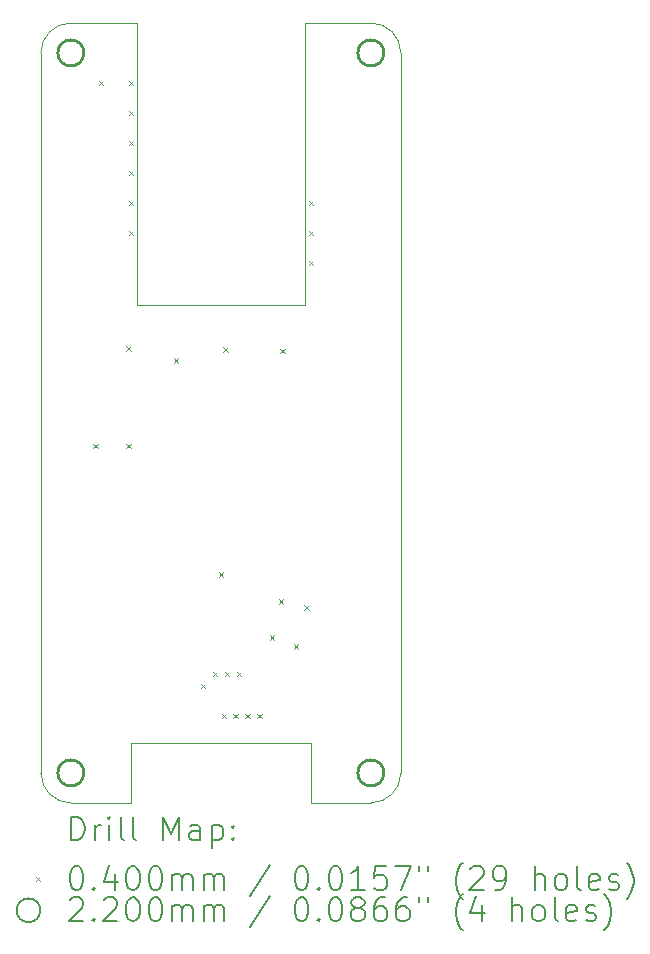
<source format=gbr>
%TF.GenerationSoftware,KiCad,Pcbnew,7.0.7*%
%TF.CreationDate,2023-08-24T23:35:37+10:00*%
%TF.ProjectId,esp32,65737033-322e-46b6-9963-61645f706362,rev?*%
%TF.SameCoordinates,Original*%
%TF.FileFunction,Drillmap*%
%TF.FilePolarity,Positive*%
%FSLAX45Y45*%
G04 Gerber Fmt 4.5, Leading zero omitted, Abs format (unit mm)*
G04 Created by KiCad (PCBNEW 7.0.7) date 2023-08-24 23:35:37*
%MOMM*%
%LPD*%
G01*
G04 APERTURE LIST*
%ADD10C,0.100000*%
%ADD11C,0.200000*%
%ADD12C,0.040000*%
%ADD13C,0.220000*%
G04 APERTURE END LIST*
D10*
X3810000Y-3556000D02*
G75*
G03*
X3556000Y-3810000I0J-254000D01*
G01*
X5842000Y-9652000D02*
X5842000Y-10160000D01*
X4318000Y-9652000D02*
X5842000Y-9652000D01*
X4368800Y-5943600D02*
X5791200Y-5943600D01*
X3556000Y-3810000D02*
X3556000Y-9906000D01*
X6350000Y-10160000D02*
X5842000Y-10160000D01*
X6604000Y-3810000D02*
G75*
G03*
X6350000Y-3556000I-254000J0D01*
G01*
X6350000Y-3556000D02*
X5791200Y-3556000D01*
X4368800Y-3556000D02*
X4368800Y-5943600D01*
X4368800Y-3556000D02*
X3810000Y-3556000D01*
X6350000Y-10160000D02*
G75*
G03*
X6604000Y-9906000I0J254000D01*
G01*
X3556000Y-9906000D02*
G75*
G03*
X3810000Y-10160000I254000J0D01*
G01*
X6604000Y-9906000D02*
X6604000Y-3810000D01*
X4318000Y-10160000D02*
X3810000Y-10160000D01*
X4318000Y-10160000D02*
X4318000Y-9652000D01*
X5791200Y-5943600D02*
X5791200Y-3556000D01*
D11*
D12*
X3995850Y-7117400D02*
X4035850Y-7157400D01*
X4035850Y-7117400D02*
X3995850Y-7157400D01*
X4044000Y-4044000D02*
X4084000Y-4084000D01*
X4084000Y-4044000D02*
X4044000Y-4084000D01*
X4275750Y-6291850D02*
X4315750Y-6331850D01*
X4315750Y-6291850D02*
X4275750Y-6331850D01*
X4275750Y-7117400D02*
X4315750Y-7157400D01*
X4315750Y-7117400D02*
X4275750Y-7157400D01*
X4298000Y-4044000D02*
X4338000Y-4084000D01*
X4338000Y-4044000D02*
X4298000Y-4084000D01*
X4298000Y-4298000D02*
X4338000Y-4338000D01*
X4338000Y-4298000D02*
X4298000Y-4338000D01*
X4298000Y-4552000D02*
X4338000Y-4592000D01*
X4338000Y-4552000D02*
X4298000Y-4592000D01*
X4298000Y-4806000D02*
X4338000Y-4846000D01*
X4338000Y-4806000D02*
X4298000Y-4846000D01*
X4298000Y-5060000D02*
X4338000Y-5100000D01*
X4338000Y-5060000D02*
X4298000Y-5100000D01*
X4298000Y-5314000D02*
X4338000Y-5354000D01*
X4338000Y-5314000D02*
X4298000Y-5354000D01*
X4679000Y-6393500D02*
X4719000Y-6433500D01*
X4719000Y-6393500D02*
X4679000Y-6433500D01*
X4907600Y-9149400D02*
X4947600Y-9189400D01*
X4947600Y-9149400D02*
X4907600Y-9189400D01*
X5009200Y-9047800D02*
X5049200Y-9087800D01*
X5049200Y-9047800D02*
X5009200Y-9087800D01*
X5060000Y-8209000D02*
X5100000Y-8249000D01*
X5100000Y-8209000D02*
X5060000Y-8249000D01*
X5085400Y-9403400D02*
X5125400Y-9443400D01*
X5125400Y-9403400D02*
X5085400Y-9443400D01*
X5096104Y-6298850D02*
X5136104Y-6338850D01*
X5136104Y-6298850D02*
X5096104Y-6338850D01*
X5110800Y-9047800D02*
X5150800Y-9087800D01*
X5150800Y-9047800D02*
X5110800Y-9087800D01*
X5185350Y-9403400D02*
X5225350Y-9443400D01*
X5225350Y-9403400D02*
X5185350Y-9443400D01*
X5212400Y-9047800D02*
X5252400Y-9087800D01*
X5252400Y-9047800D02*
X5212400Y-9087800D01*
X5285301Y-9403400D02*
X5325301Y-9443400D01*
X5325301Y-9403400D02*
X5285301Y-9443400D01*
X5385251Y-9403400D02*
X5425251Y-9443400D01*
X5425251Y-9403400D02*
X5385251Y-9443400D01*
X5491800Y-8742400D02*
X5531800Y-8782400D01*
X5531800Y-8742400D02*
X5491800Y-8782400D01*
X5568000Y-8437600D02*
X5608000Y-8477600D01*
X5608000Y-8437600D02*
X5568000Y-8477600D01*
X5582000Y-6312800D02*
X5622000Y-6352800D01*
X5622000Y-6312800D02*
X5582000Y-6352800D01*
X5695000Y-8818600D02*
X5735000Y-8858600D01*
X5735000Y-8818600D02*
X5695000Y-8858600D01*
X5784000Y-8488400D02*
X5824000Y-8528400D01*
X5824000Y-8488400D02*
X5784000Y-8528400D01*
X5822000Y-5060000D02*
X5862000Y-5100000D01*
X5862000Y-5060000D02*
X5822000Y-5100000D01*
X5822000Y-5314000D02*
X5862000Y-5354000D01*
X5862000Y-5314000D02*
X5822000Y-5354000D01*
X5822000Y-5568000D02*
X5862000Y-5608000D01*
X5862000Y-5568000D02*
X5822000Y-5608000D01*
D13*
X3920000Y-3810000D02*
G75*
G03*
X3920000Y-3810000I-110000J0D01*
G01*
X3920000Y-9906000D02*
G75*
G03*
X3920000Y-9906000I-110000J0D01*
G01*
X6460000Y-3810000D02*
G75*
G03*
X6460000Y-3810000I-110000J0D01*
G01*
X6460000Y-9906000D02*
G75*
G03*
X6460000Y-9906000I-110000J0D01*
G01*
D11*
X3811777Y-10476484D02*
X3811777Y-10276484D01*
X3811777Y-10276484D02*
X3859396Y-10276484D01*
X3859396Y-10276484D02*
X3887967Y-10286008D01*
X3887967Y-10286008D02*
X3907015Y-10305055D01*
X3907015Y-10305055D02*
X3916539Y-10324103D01*
X3916539Y-10324103D02*
X3926062Y-10362198D01*
X3926062Y-10362198D02*
X3926062Y-10390770D01*
X3926062Y-10390770D02*
X3916539Y-10428865D01*
X3916539Y-10428865D02*
X3907015Y-10447912D01*
X3907015Y-10447912D02*
X3887967Y-10466960D01*
X3887967Y-10466960D02*
X3859396Y-10476484D01*
X3859396Y-10476484D02*
X3811777Y-10476484D01*
X4011777Y-10476484D02*
X4011777Y-10343150D01*
X4011777Y-10381246D02*
X4021301Y-10362198D01*
X4021301Y-10362198D02*
X4030824Y-10352674D01*
X4030824Y-10352674D02*
X4049872Y-10343150D01*
X4049872Y-10343150D02*
X4068920Y-10343150D01*
X4135586Y-10476484D02*
X4135586Y-10343150D01*
X4135586Y-10276484D02*
X4126062Y-10286008D01*
X4126062Y-10286008D02*
X4135586Y-10295531D01*
X4135586Y-10295531D02*
X4145110Y-10286008D01*
X4145110Y-10286008D02*
X4135586Y-10276484D01*
X4135586Y-10276484D02*
X4135586Y-10295531D01*
X4259396Y-10476484D02*
X4240348Y-10466960D01*
X4240348Y-10466960D02*
X4230824Y-10447912D01*
X4230824Y-10447912D02*
X4230824Y-10276484D01*
X4364158Y-10476484D02*
X4345110Y-10466960D01*
X4345110Y-10466960D02*
X4335586Y-10447912D01*
X4335586Y-10447912D02*
X4335586Y-10276484D01*
X4592729Y-10476484D02*
X4592729Y-10276484D01*
X4592729Y-10276484D02*
X4659396Y-10419341D01*
X4659396Y-10419341D02*
X4726063Y-10276484D01*
X4726063Y-10276484D02*
X4726063Y-10476484D01*
X4907015Y-10476484D02*
X4907015Y-10371722D01*
X4907015Y-10371722D02*
X4897491Y-10352674D01*
X4897491Y-10352674D02*
X4878444Y-10343150D01*
X4878444Y-10343150D02*
X4840348Y-10343150D01*
X4840348Y-10343150D02*
X4821301Y-10352674D01*
X4907015Y-10466960D02*
X4887967Y-10476484D01*
X4887967Y-10476484D02*
X4840348Y-10476484D01*
X4840348Y-10476484D02*
X4821301Y-10466960D01*
X4821301Y-10466960D02*
X4811777Y-10447912D01*
X4811777Y-10447912D02*
X4811777Y-10428865D01*
X4811777Y-10428865D02*
X4821301Y-10409817D01*
X4821301Y-10409817D02*
X4840348Y-10400293D01*
X4840348Y-10400293D02*
X4887967Y-10400293D01*
X4887967Y-10400293D02*
X4907015Y-10390770D01*
X5002253Y-10343150D02*
X5002253Y-10543150D01*
X5002253Y-10352674D02*
X5021301Y-10343150D01*
X5021301Y-10343150D02*
X5059396Y-10343150D01*
X5059396Y-10343150D02*
X5078444Y-10352674D01*
X5078444Y-10352674D02*
X5087967Y-10362198D01*
X5087967Y-10362198D02*
X5097491Y-10381246D01*
X5097491Y-10381246D02*
X5097491Y-10438389D01*
X5097491Y-10438389D02*
X5087967Y-10457436D01*
X5087967Y-10457436D02*
X5078444Y-10466960D01*
X5078444Y-10466960D02*
X5059396Y-10476484D01*
X5059396Y-10476484D02*
X5021301Y-10476484D01*
X5021301Y-10476484D02*
X5002253Y-10466960D01*
X5183205Y-10457436D02*
X5192729Y-10466960D01*
X5192729Y-10466960D02*
X5183205Y-10476484D01*
X5183205Y-10476484D02*
X5173682Y-10466960D01*
X5173682Y-10466960D02*
X5183205Y-10457436D01*
X5183205Y-10457436D02*
X5183205Y-10476484D01*
X5183205Y-10352674D02*
X5192729Y-10362198D01*
X5192729Y-10362198D02*
X5183205Y-10371722D01*
X5183205Y-10371722D02*
X5173682Y-10362198D01*
X5173682Y-10362198D02*
X5183205Y-10352674D01*
X5183205Y-10352674D02*
X5183205Y-10371722D01*
D12*
X3511000Y-10785000D02*
X3551000Y-10825000D01*
X3551000Y-10785000D02*
X3511000Y-10825000D01*
D11*
X3849872Y-10696484D02*
X3868920Y-10696484D01*
X3868920Y-10696484D02*
X3887967Y-10706008D01*
X3887967Y-10706008D02*
X3897491Y-10715531D01*
X3897491Y-10715531D02*
X3907015Y-10734579D01*
X3907015Y-10734579D02*
X3916539Y-10772674D01*
X3916539Y-10772674D02*
X3916539Y-10820293D01*
X3916539Y-10820293D02*
X3907015Y-10858389D01*
X3907015Y-10858389D02*
X3897491Y-10877436D01*
X3897491Y-10877436D02*
X3887967Y-10886960D01*
X3887967Y-10886960D02*
X3868920Y-10896484D01*
X3868920Y-10896484D02*
X3849872Y-10896484D01*
X3849872Y-10896484D02*
X3830824Y-10886960D01*
X3830824Y-10886960D02*
X3821301Y-10877436D01*
X3821301Y-10877436D02*
X3811777Y-10858389D01*
X3811777Y-10858389D02*
X3802253Y-10820293D01*
X3802253Y-10820293D02*
X3802253Y-10772674D01*
X3802253Y-10772674D02*
X3811777Y-10734579D01*
X3811777Y-10734579D02*
X3821301Y-10715531D01*
X3821301Y-10715531D02*
X3830824Y-10706008D01*
X3830824Y-10706008D02*
X3849872Y-10696484D01*
X4002253Y-10877436D02*
X4011777Y-10886960D01*
X4011777Y-10886960D02*
X4002253Y-10896484D01*
X4002253Y-10896484D02*
X3992729Y-10886960D01*
X3992729Y-10886960D02*
X4002253Y-10877436D01*
X4002253Y-10877436D02*
X4002253Y-10896484D01*
X4183205Y-10763150D02*
X4183205Y-10896484D01*
X4135586Y-10686960D02*
X4087967Y-10829817D01*
X4087967Y-10829817D02*
X4211777Y-10829817D01*
X4326063Y-10696484D02*
X4345110Y-10696484D01*
X4345110Y-10696484D02*
X4364158Y-10706008D01*
X4364158Y-10706008D02*
X4373682Y-10715531D01*
X4373682Y-10715531D02*
X4383205Y-10734579D01*
X4383205Y-10734579D02*
X4392729Y-10772674D01*
X4392729Y-10772674D02*
X4392729Y-10820293D01*
X4392729Y-10820293D02*
X4383205Y-10858389D01*
X4383205Y-10858389D02*
X4373682Y-10877436D01*
X4373682Y-10877436D02*
X4364158Y-10886960D01*
X4364158Y-10886960D02*
X4345110Y-10896484D01*
X4345110Y-10896484D02*
X4326063Y-10896484D01*
X4326063Y-10896484D02*
X4307015Y-10886960D01*
X4307015Y-10886960D02*
X4297491Y-10877436D01*
X4297491Y-10877436D02*
X4287967Y-10858389D01*
X4287967Y-10858389D02*
X4278444Y-10820293D01*
X4278444Y-10820293D02*
X4278444Y-10772674D01*
X4278444Y-10772674D02*
X4287967Y-10734579D01*
X4287967Y-10734579D02*
X4297491Y-10715531D01*
X4297491Y-10715531D02*
X4307015Y-10706008D01*
X4307015Y-10706008D02*
X4326063Y-10696484D01*
X4516539Y-10696484D02*
X4535586Y-10696484D01*
X4535586Y-10696484D02*
X4554634Y-10706008D01*
X4554634Y-10706008D02*
X4564158Y-10715531D01*
X4564158Y-10715531D02*
X4573682Y-10734579D01*
X4573682Y-10734579D02*
X4583205Y-10772674D01*
X4583205Y-10772674D02*
X4583205Y-10820293D01*
X4583205Y-10820293D02*
X4573682Y-10858389D01*
X4573682Y-10858389D02*
X4564158Y-10877436D01*
X4564158Y-10877436D02*
X4554634Y-10886960D01*
X4554634Y-10886960D02*
X4535586Y-10896484D01*
X4535586Y-10896484D02*
X4516539Y-10896484D01*
X4516539Y-10896484D02*
X4497491Y-10886960D01*
X4497491Y-10886960D02*
X4487967Y-10877436D01*
X4487967Y-10877436D02*
X4478444Y-10858389D01*
X4478444Y-10858389D02*
X4468920Y-10820293D01*
X4468920Y-10820293D02*
X4468920Y-10772674D01*
X4468920Y-10772674D02*
X4478444Y-10734579D01*
X4478444Y-10734579D02*
X4487967Y-10715531D01*
X4487967Y-10715531D02*
X4497491Y-10706008D01*
X4497491Y-10706008D02*
X4516539Y-10696484D01*
X4668920Y-10896484D02*
X4668920Y-10763150D01*
X4668920Y-10782198D02*
X4678444Y-10772674D01*
X4678444Y-10772674D02*
X4697491Y-10763150D01*
X4697491Y-10763150D02*
X4726063Y-10763150D01*
X4726063Y-10763150D02*
X4745110Y-10772674D01*
X4745110Y-10772674D02*
X4754634Y-10791722D01*
X4754634Y-10791722D02*
X4754634Y-10896484D01*
X4754634Y-10791722D02*
X4764158Y-10772674D01*
X4764158Y-10772674D02*
X4783205Y-10763150D01*
X4783205Y-10763150D02*
X4811777Y-10763150D01*
X4811777Y-10763150D02*
X4830825Y-10772674D01*
X4830825Y-10772674D02*
X4840348Y-10791722D01*
X4840348Y-10791722D02*
X4840348Y-10896484D01*
X4935586Y-10896484D02*
X4935586Y-10763150D01*
X4935586Y-10782198D02*
X4945110Y-10772674D01*
X4945110Y-10772674D02*
X4964158Y-10763150D01*
X4964158Y-10763150D02*
X4992729Y-10763150D01*
X4992729Y-10763150D02*
X5011777Y-10772674D01*
X5011777Y-10772674D02*
X5021301Y-10791722D01*
X5021301Y-10791722D02*
X5021301Y-10896484D01*
X5021301Y-10791722D02*
X5030825Y-10772674D01*
X5030825Y-10772674D02*
X5049872Y-10763150D01*
X5049872Y-10763150D02*
X5078444Y-10763150D01*
X5078444Y-10763150D02*
X5097491Y-10772674D01*
X5097491Y-10772674D02*
X5107015Y-10791722D01*
X5107015Y-10791722D02*
X5107015Y-10896484D01*
X5497491Y-10686960D02*
X5326063Y-10944103D01*
X5754634Y-10696484D02*
X5773682Y-10696484D01*
X5773682Y-10696484D02*
X5792729Y-10706008D01*
X5792729Y-10706008D02*
X5802253Y-10715531D01*
X5802253Y-10715531D02*
X5811777Y-10734579D01*
X5811777Y-10734579D02*
X5821301Y-10772674D01*
X5821301Y-10772674D02*
X5821301Y-10820293D01*
X5821301Y-10820293D02*
X5811777Y-10858389D01*
X5811777Y-10858389D02*
X5802253Y-10877436D01*
X5802253Y-10877436D02*
X5792729Y-10886960D01*
X5792729Y-10886960D02*
X5773682Y-10896484D01*
X5773682Y-10896484D02*
X5754634Y-10896484D01*
X5754634Y-10896484D02*
X5735586Y-10886960D01*
X5735586Y-10886960D02*
X5726063Y-10877436D01*
X5726063Y-10877436D02*
X5716539Y-10858389D01*
X5716539Y-10858389D02*
X5707015Y-10820293D01*
X5707015Y-10820293D02*
X5707015Y-10772674D01*
X5707015Y-10772674D02*
X5716539Y-10734579D01*
X5716539Y-10734579D02*
X5726063Y-10715531D01*
X5726063Y-10715531D02*
X5735586Y-10706008D01*
X5735586Y-10706008D02*
X5754634Y-10696484D01*
X5907015Y-10877436D02*
X5916539Y-10886960D01*
X5916539Y-10886960D02*
X5907015Y-10896484D01*
X5907015Y-10896484D02*
X5897491Y-10886960D01*
X5897491Y-10886960D02*
X5907015Y-10877436D01*
X5907015Y-10877436D02*
X5907015Y-10896484D01*
X6040348Y-10696484D02*
X6059396Y-10696484D01*
X6059396Y-10696484D02*
X6078444Y-10706008D01*
X6078444Y-10706008D02*
X6087967Y-10715531D01*
X6087967Y-10715531D02*
X6097491Y-10734579D01*
X6097491Y-10734579D02*
X6107015Y-10772674D01*
X6107015Y-10772674D02*
X6107015Y-10820293D01*
X6107015Y-10820293D02*
X6097491Y-10858389D01*
X6097491Y-10858389D02*
X6087967Y-10877436D01*
X6087967Y-10877436D02*
X6078444Y-10886960D01*
X6078444Y-10886960D02*
X6059396Y-10896484D01*
X6059396Y-10896484D02*
X6040348Y-10896484D01*
X6040348Y-10896484D02*
X6021301Y-10886960D01*
X6021301Y-10886960D02*
X6011777Y-10877436D01*
X6011777Y-10877436D02*
X6002253Y-10858389D01*
X6002253Y-10858389D02*
X5992729Y-10820293D01*
X5992729Y-10820293D02*
X5992729Y-10772674D01*
X5992729Y-10772674D02*
X6002253Y-10734579D01*
X6002253Y-10734579D02*
X6011777Y-10715531D01*
X6011777Y-10715531D02*
X6021301Y-10706008D01*
X6021301Y-10706008D02*
X6040348Y-10696484D01*
X6297491Y-10896484D02*
X6183206Y-10896484D01*
X6240348Y-10896484D02*
X6240348Y-10696484D01*
X6240348Y-10696484D02*
X6221301Y-10725055D01*
X6221301Y-10725055D02*
X6202253Y-10744103D01*
X6202253Y-10744103D02*
X6183206Y-10753627D01*
X6478444Y-10696484D02*
X6383206Y-10696484D01*
X6383206Y-10696484D02*
X6373682Y-10791722D01*
X6373682Y-10791722D02*
X6383206Y-10782198D01*
X6383206Y-10782198D02*
X6402253Y-10772674D01*
X6402253Y-10772674D02*
X6449872Y-10772674D01*
X6449872Y-10772674D02*
X6468920Y-10782198D01*
X6468920Y-10782198D02*
X6478444Y-10791722D01*
X6478444Y-10791722D02*
X6487967Y-10810770D01*
X6487967Y-10810770D02*
X6487967Y-10858389D01*
X6487967Y-10858389D02*
X6478444Y-10877436D01*
X6478444Y-10877436D02*
X6468920Y-10886960D01*
X6468920Y-10886960D02*
X6449872Y-10896484D01*
X6449872Y-10896484D02*
X6402253Y-10896484D01*
X6402253Y-10896484D02*
X6383206Y-10886960D01*
X6383206Y-10886960D02*
X6373682Y-10877436D01*
X6554634Y-10696484D02*
X6687967Y-10696484D01*
X6687967Y-10696484D02*
X6602253Y-10896484D01*
X6754634Y-10696484D02*
X6754634Y-10734579D01*
X6830825Y-10696484D02*
X6830825Y-10734579D01*
X7126063Y-10972674D02*
X7116539Y-10963150D01*
X7116539Y-10963150D02*
X7097491Y-10934579D01*
X7097491Y-10934579D02*
X7087968Y-10915531D01*
X7087968Y-10915531D02*
X7078444Y-10886960D01*
X7078444Y-10886960D02*
X7068920Y-10839341D01*
X7068920Y-10839341D02*
X7068920Y-10801246D01*
X7068920Y-10801246D02*
X7078444Y-10753627D01*
X7078444Y-10753627D02*
X7087968Y-10725055D01*
X7087968Y-10725055D02*
X7097491Y-10706008D01*
X7097491Y-10706008D02*
X7116539Y-10677436D01*
X7116539Y-10677436D02*
X7126063Y-10667912D01*
X7192729Y-10715531D02*
X7202253Y-10706008D01*
X7202253Y-10706008D02*
X7221301Y-10696484D01*
X7221301Y-10696484D02*
X7268920Y-10696484D01*
X7268920Y-10696484D02*
X7287968Y-10706008D01*
X7287968Y-10706008D02*
X7297491Y-10715531D01*
X7297491Y-10715531D02*
X7307015Y-10734579D01*
X7307015Y-10734579D02*
X7307015Y-10753627D01*
X7307015Y-10753627D02*
X7297491Y-10782198D01*
X7297491Y-10782198D02*
X7183206Y-10896484D01*
X7183206Y-10896484D02*
X7307015Y-10896484D01*
X7402253Y-10896484D02*
X7440348Y-10896484D01*
X7440348Y-10896484D02*
X7459396Y-10886960D01*
X7459396Y-10886960D02*
X7468920Y-10877436D01*
X7468920Y-10877436D02*
X7487968Y-10848865D01*
X7487968Y-10848865D02*
X7497491Y-10810770D01*
X7497491Y-10810770D02*
X7497491Y-10734579D01*
X7497491Y-10734579D02*
X7487968Y-10715531D01*
X7487968Y-10715531D02*
X7478444Y-10706008D01*
X7478444Y-10706008D02*
X7459396Y-10696484D01*
X7459396Y-10696484D02*
X7421301Y-10696484D01*
X7421301Y-10696484D02*
X7402253Y-10706008D01*
X7402253Y-10706008D02*
X7392729Y-10715531D01*
X7392729Y-10715531D02*
X7383206Y-10734579D01*
X7383206Y-10734579D02*
X7383206Y-10782198D01*
X7383206Y-10782198D02*
X7392729Y-10801246D01*
X7392729Y-10801246D02*
X7402253Y-10810770D01*
X7402253Y-10810770D02*
X7421301Y-10820293D01*
X7421301Y-10820293D02*
X7459396Y-10820293D01*
X7459396Y-10820293D02*
X7478444Y-10810770D01*
X7478444Y-10810770D02*
X7487968Y-10801246D01*
X7487968Y-10801246D02*
X7497491Y-10782198D01*
X7735587Y-10896484D02*
X7735587Y-10696484D01*
X7821301Y-10896484D02*
X7821301Y-10791722D01*
X7821301Y-10791722D02*
X7811777Y-10772674D01*
X7811777Y-10772674D02*
X7792730Y-10763150D01*
X7792730Y-10763150D02*
X7764158Y-10763150D01*
X7764158Y-10763150D02*
X7745110Y-10772674D01*
X7745110Y-10772674D02*
X7735587Y-10782198D01*
X7945110Y-10896484D02*
X7926063Y-10886960D01*
X7926063Y-10886960D02*
X7916539Y-10877436D01*
X7916539Y-10877436D02*
X7907015Y-10858389D01*
X7907015Y-10858389D02*
X7907015Y-10801246D01*
X7907015Y-10801246D02*
X7916539Y-10782198D01*
X7916539Y-10782198D02*
X7926063Y-10772674D01*
X7926063Y-10772674D02*
X7945110Y-10763150D01*
X7945110Y-10763150D02*
X7973682Y-10763150D01*
X7973682Y-10763150D02*
X7992730Y-10772674D01*
X7992730Y-10772674D02*
X8002253Y-10782198D01*
X8002253Y-10782198D02*
X8011777Y-10801246D01*
X8011777Y-10801246D02*
X8011777Y-10858389D01*
X8011777Y-10858389D02*
X8002253Y-10877436D01*
X8002253Y-10877436D02*
X7992730Y-10886960D01*
X7992730Y-10886960D02*
X7973682Y-10896484D01*
X7973682Y-10896484D02*
X7945110Y-10896484D01*
X8126063Y-10896484D02*
X8107015Y-10886960D01*
X8107015Y-10886960D02*
X8097491Y-10867912D01*
X8097491Y-10867912D02*
X8097491Y-10696484D01*
X8278444Y-10886960D02*
X8259396Y-10896484D01*
X8259396Y-10896484D02*
X8221301Y-10896484D01*
X8221301Y-10896484D02*
X8202253Y-10886960D01*
X8202253Y-10886960D02*
X8192730Y-10867912D01*
X8192730Y-10867912D02*
X8192730Y-10791722D01*
X8192730Y-10791722D02*
X8202253Y-10772674D01*
X8202253Y-10772674D02*
X8221301Y-10763150D01*
X8221301Y-10763150D02*
X8259396Y-10763150D01*
X8259396Y-10763150D02*
X8278444Y-10772674D01*
X8278444Y-10772674D02*
X8287968Y-10791722D01*
X8287968Y-10791722D02*
X8287968Y-10810770D01*
X8287968Y-10810770D02*
X8192730Y-10829817D01*
X8364158Y-10886960D02*
X8383206Y-10896484D01*
X8383206Y-10896484D02*
X8421301Y-10896484D01*
X8421301Y-10896484D02*
X8440349Y-10886960D01*
X8440349Y-10886960D02*
X8449873Y-10867912D01*
X8449873Y-10867912D02*
X8449873Y-10858389D01*
X8449873Y-10858389D02*
X8440349Y-10839341D01*
X8440349Y-10839341D02*
X8421301Y-10829817D01*
X8421301Y-10829817D02*
X8392730Y-10829817D01*
X8392730Y-10829817D02*
X8373682Y-10820293D01*
X8373682Y-10820293D02*
X8364158Y-10801246D01*
X8364158Y-10801246D02*
X8364158Y-10791722D01*
X8364158Y-10791722D02*
X8373682Y-10772674D01*
X8373682Y-10772674D02*
X8392730Y-10763150D01*
X8392730Y-10763150D02*
X8421301Y-10763150D01*
X8421301Y-10763150D02*
X8440349Y-10772674D01*
X8516539Y-10972674D02*
X8526063Y-10963150D01*
X8526063Y-10963150D02*
X8545111Y-10934579D01*
X8545111Y-10934579D02*
X8554634Y-10915531D01*
X8554634Y-10915531D02*
X8564158Y-10886960D01*
X8564158Y-10886960D02*
X8573682Y-10839341D01*
X8573682Y-10839341D02*
X8573682Y-10801246D01*
X8573682Y-10801246D02*
X8564158Y-10753627D01*
X8564158Y-10753627D02*
X8554634Y-10725055D01*
X8554634Y-10725055D02*
X8545111Y-10706008D01*
X8545111Y-10706008D02*
X8526063Y-10677436D01*
X8526063Y-10677436D02*
X8516539Y-10667912D01*
X3551000Y-11069000D02*
G75*
G03*
X3551000Y-11069000I-100000J0D01*
G01*
X3802253Y-10979531D02*
X3811777Y-10970008D01*
X3811777Y-10970008D02*
X3830824Y-10960484D01*
X3830824Y-10960484D02*
X3878443Y-10960484D01*
X3878443Y-10960484D02*
X3897491Y-10970008D01*
X3897491Y-10970008D02*
X3907015Y-10979531D01*
X3907015Y-10979531D02*
X3916539Y-10998579D01*
X3916539Y-10998579D02*
X3916539Y-11017627D01*
X3916539Y-11017627D02*
X3907015Y-11046198D01*
X3907015Y-11046198D02*
X3792729Y-11160484D01*
X3792729Y-11160484D02*
X3916539Y-11160484D01*
X4002253Y-11141436D02*
X4011777Y-11150960D01*
X4011777Y-11150960D02*
X4002253Y-11160484D01*
X4002253Y-11160484D02*
X3992729Y-11150960D01*
X3992729Y-11150960D02*
X4002253Y-11141436D01*
X4002253Y-11141436D02*
X4002253Y-11160484D01*
X4087967Y-10979531D02*
X4097491Y-10970008D01*
X4097491Y-10970008D02*
X4116539Y-10960484D01*
X4116539Y-10960484D02*
X4164158Y-10960484D01*
X4164158Y-10960484D02*
X4183205Y-10970008D01*
X4183205Y-10970008D02*
X4192729Y-10979531D01*
X4192729Y-10979531D02*
X4202253Y-10998579D01*
X4202253Y-10998579D02*
X4202253Y-11017627D01*
X4202253Y-11017627D02*
X4192729Y-11046198D01*
X4192729Y-11046198D02*
X4078443Y-11160484D01*
X4078443Y-11160484D02*
X4202253Y-11160484D01*
X4326063Y-10960484D02*
X4345110Y-10960484D01*
X4345110Y-10960484D02*
X4364158Y-10970008D01*
X4364158Y-10970008D02*
X4373682Y-10979531D01*
X4373682Y-10979531D02*
X4383205Y-10998579D01*
X4383205Y-10998579D02*
X4392729Y-11036674D01*
X4392729Y-11036674D02*
X4392729Y-11084293D01*
X4392729Y-11084293D02*
X4383205Y-11122389D01*
X4383205Y-11122389D02*
X4373682Y-11141436D01*
X4373682Y-11141436D02*
X4364158Y-11150960D01*
X4364158Y-11150960D02*
X4345110Y-11160484D01*
X4345110Y-11160484D02*
X4326063Y-11160484D01*
X4326063Y-11160484D02*
X4307015Y-11150960D01*
X4307015Y-11150960D02*
X4297491Y-11141436D01*
X4297491Y-11141436D02*
X4287967Y-11122389D01*
X4287967Y-11122389D02*
X4278444Y-11084293D01*
X4278444Y-11084293D02*
X4278444Y-11036674D01*
X4278444Y-11036674D02*
X4287967Y-10998579D01*
X4287967Y-10998579D02*
X4297491Y-10979531D01*
X4297491Y-10979531D02*
X4307015Y-10970008D01*
X4307015Y-10970008D02*
X4326063Y-10960484D01*
X4516539Y-10960484D02*
X4535586Y-10960484D01*
X4535586Y-10960484D02*
X4554634Y-10970008D01*
X4554634Y-10970008D02*
X4564158Y-10979531D01*
X4564158Y-10979531D02*
X4573682Y-10998579D01*
X4573682Y-10998579D02*
X4583205Y-11036674D01*
X4583205Y-11036674D02*
X4583205Y-11084293D01*
X4583205Y-11084293D02*
X4573682Y-11122389D01*
X4573682Y-11122389D02*
X4564158Y-11141436D01*
X4564158Y-11141436D02*
X4554634Y-11150960D01*
X4554634Y-11150960D02*
X4535586Y-11160484D01*
X4535586Y-11160484D02*
X4516539Y-11160484D01*
X4516539Y-11160484D02*
X4497491Y-11150960D01*
X4497491Y-11150960D02*
X4487967Y-11141436D01*
X4487967Y-11141436D02*
X4478444Y-11122389D01*
X4478444Y-11122389D02*
X4468920Y-11084293D01*
X4468920Y-11084293D02*
X4468920Y-11036674D01*
X4468920Y-11036674D02*
X4478444Y-10998579D01*
X4478444Y-10998579D02*
X4487967Y-10979531D01*
X4487967Y-10979531D02*
X4497491Y-10970008D01*
X4497491Y-10970008D02*
X4516539Y-10960484D01*
X4668920Y-11160484D02*
X4668920Y-11027150D01*
X4668920Y-11046198D02*
X4678444Y-11036674D01*
X4678444Y-11036674D02*
X4697491Y-11027150D01*
X4697491Y-11027150D02*
X4726063Y-11027150D01*
X4726063Y-11027150D02*
X4745110Y-11036674D01*
X4745110Y-11036674D02*
X4754634Y-11055722D01*
X4754634Y-11055722D02*
X4754634Y-11160484D01*
X4754634Y-11055722D02*
X4764158Y-11036674D01*
X4764158Y-11036674D02*
X4783205Y-11027150D01*
X4783205Y-11027150D02*
X4811777Y-11027150D01*
X4811777Y-11027150D02*
X4830825Y-11036674D01*
X4830825Y-11036674D02*
X4840348Y-11055722D01*
X4840348Y-11055722D02*
X4840348Y-11160484D01*
X4935586Y-11160484D02*
X4935586Y-11027150D01*
X4935586Y-11046198D02*
X4945110Y-11036674D01*
X4945110Y-11036674D02*
X4964158Y-11027150D01*
X4964158Y-11027150D02*
X4992729Y-11027150D01*
X4992729Y-11027150D02*
X5011777Y-11036674D01*
X5011777Y-11036674D02*
X5021301Y-11055722D01*
X5021301Y-11055722D02*
X5021301Y-11160484D01*
X5021301Y-11055722D02*
X5030825Y-11036674D01*
X5030825Y-11036674D02*
X5049872Y-11027150D01*
X5049872Y-11027150D02*
X5078444Y-11027150D01*
X5078444Y-11027150D02*
X5097491Y-11036674D01*
X5097491Y-11036674D02*
X5107015Y-11055722D01*
X5107015Y-11055722D02*
X5107015Y-11160484D01*
X5497491Y-10950960D02*
X5326063Y-11208103D01*
X5754634Y-10960484D02*
X5773682Y-10960484D01*
X5773682Y-10960484D02*
X5792729Y-10970008D01*
X5792729Y-10970008D02*
X5802253Y-10979531D01*
X5802253Y-10979531D02*
X5811777Y-10998579D01*
X5811777Y-10998579D02*
X5821301Y-11036674D01*
X5821301Y-11036674D02*
X5821301Y-11084293D01*
X5821301Y-11084293D02*
X5811777Y-11122389D01*
X5811777Y-11122389D02*
X5802253Y-11141436D01*
X5802253Y-11141436D02*
X5792729Y-11150960D01*
X5792729Y-11150960D02*
X5773682Y-11160484D01*
X5773682Y-11160484D02*
X5754634Y-11160484D01*
X5754634Y-11160484D02*
X5735586Y-11150960D01*
X5735586Y-11150960D02*
X5726063Y-11141436D01*
X5726063Y-11141436D02*
X5716539Y-11122389D01*
X5716539Y-11122389D02*
X5707015Y-11084293D01*
X5707015Y-11084293D02*
X5707015Y-11036674D01*
X5707015Y-11036674D02*
X5716539Y-10998579D01*
X5716539Y-10998579D02*
X5726063Y-10979531D01*
X5726063Y-10979531D02*
X5735586Y-10970008D01*
X5735586Y-10970008D02*
X5754634Y-10960484D01*
X5907015Y-11141436D02*
X5916539Y-11150960D01*
X5916539Y-11150960D02*
X5907015Y-11160484D01*
X5907015Y-11160484D02*
X5897491Y-11150960D01*
X5897491Y-11150960D02*
X5907015Y-11141436D01*
X5907015Y-11141436D02*
X5907015Y-11160484D01*
X6040348Y-10960484D02*
X6059396Y-10960484D01*
X6059396Y-10960484D02*
X6078444Y-10970008D01*
X6078444Y-10970008D02*
X6087967Y-10979531D01*
X6087967Y-10979531D02*
X6097491Y-10998579D01*
X6097491Y-10998579D02*
X6107015Y-11036674D01*
X6107015Y-11036674D02*
X6107015Y-11084293D01*
X6107015Y-11084293D02*
X6097491Y-11122389D01*
X6097491Y-11122389D02*
X6087967Y-11141436D01*
X6087967Y-11141436D02*
X6078444Y-11150960D01*
X6078444Y-11150960D02*
X6059396Y-11160484D01*
X6059396Y-11160484D02*
X6040348Y-11160484D01*
X6040348Y-11160484D02*
X6021301Y-11150960D01*
X6021301Y-11150960D02*
X6011777Y-11141436D01*
X6011777Y-11141436D02*
X6002253Y-11122389D01*
X6002253Y-11122389D02*
X5992729Y-11084293D01*
X5992729Y-11084293D02*
X5992729Y-11036674D01*
X5992729Y-11036674D02*
X6002253Y-10998579D01*
X6002253Y-10998579D02*
X6011777Y-10979531D01*
X6011777Y-10979531D02*
X6021301Y-10970008D01*
X6021301Y-10970008D02*
X6040348Y-10960484D01*
X6221301Y-11046198D02*
X6202253Y-11036674D01*
X6202253Y-11036674D02*
X6192729Y-11027150D01*
X6192729Y-11027150D02*
X6183206Y-11008103D01*
X6183206Y-11008103D02*
X6183206Y-10998579D01*
X6183206Y-10998579D02*
X6192729Y-10979531D01*
X6192729Y-10979531D02*
X6202253Y-10970008D01*
X6202253Y-10970008D02*
X6221301Y-10960484D01*
X6221301Y-10960484D02*
X6259396Y-10960484D01*
X6259396Y-10960484D02*
X6278444Y-10970008D01*
X6278444Y-10970008D02*
X6287967Y-10979531D01*
X6287967Y-10979531D02*
X6297491Y-10998579D01*
X6297491Y-10998579D02*
X6297491Y-11008103D01*
X6297491Y-11008103D02*
X6287967Y-11027150D01*
X6287967Y-11027150D02*
X6278444Y-11036674D01*
X6278444Y-11036674D02*
X6259396Y-11046198D01*
X6259396Y-11046198D02*
X6221301Y-11046198D01*
X6221301Y-11046198D02*
X6202253Y-11055722D01*
X6202253Y-11055722D02*
X6192729Y-11065246D01*
X6192729Y-11065246D02*
X6183206Y-11084293D01*
X6183206Y-11084293D02*
X6183206Y-11122389D01*
X6183206Y-11122389D02*
X6192729Y-11141436D01*
X6192729Y-11141436D02*
X6202253Y-11150960D01*
X6202253Y-11150960D02*
X6221301Y-11160484D01*
X6221301Y-11160484D02*
X6259396Y-11160484D01*
X6259396Y-11160484D02*
X6278444Y-11150960D01*
X6278444Y-11150960D02*
X6287967Y-11141436D01*
X6287967Y-11141436D02*
X6297491Y-11122389D01*
X6297491Y-11122389D02*
X6297491Y-11084293D01*
X6297491Y-11084293D02*
X6287967Y-11065246D01*
X6287967Y-11065246D02*
X6278444Y-11055722D01*
X6278444Y-11055722D02*
X6259396Y-11046198D01*
X6468920Y-10960484D02*
X6430825Y-10960484D01*
X6430825Y-10960484D02*
X6411777Y-10970008D01*
X6411777Y-10970008D02*
X6402253Y-10979531D01*
X6402253Y-10979531D02*
X6383206Y-11008103D01*
X6383206Y-11008103D02*
X6373682Y-11046198D01*
X6373682Y-11046198D02*
X6373682Y-11122389D01*
X6373682Y-11122389D02*
X6383206Y-11141436D01*
X6383206Y-11141436D02*
X6392729Y-11150960D01*
X6392729Y-11150960D02*
X6411777Y-11160484D01*
X6411777Y-11160484D02*
X6449872Y-11160484D01*
X6449872Y-11160484D02*
X6468920Y-11150960D01*
X6468920Y-11150960D02*
X6478444Y-11141436D01*
X6478444Y-11141436D02*
X6487967Y-11122389D01*
X6487967Y-11122389D02*
X6487967Y-11074770D01*
X6487967Y-11074770D02*
X6478444Y-11055722D01*
X6478444Y-11055722D02*
X6468920Y-11046198D01*
X6468920Y-11046198D02*
X6449872Y-11036674D01*
X6449872Y-11036674D02*
X6411777Y-11036674D01*
X6411777Y-11036674D02*
X6392729Y-11046198D01*
X6392729Y-11046198D02*
X6383206Y-11055722D01*
X6383206Y-11055722D02*
X6373682Y-11074770D01*
X6659396Y-10960484D02*
X6621301Y-10960484D01*
X6621301Y-10960484D02*
X6602253Y-10970008D01*
X6602253Y-10970008D02*
X6592729Y-10979531D01*
X6592729Y-10979531D02*
X6573682Y-11008103D01*
X6573682Y-11008103D02*
X6564158Y-11046198D01*
X6564158Y-11046198D02*
X6564158Y-11122389D01*
X6564158Y-11122389D02*
X6573682Y-11141436D01*
X6573682Y-11141436D02*
X6583206Y-11150960D01*
X6583206Y-11150960D02*
X6602253Y-11160484D01*
X6602253Y-11160484D02*
X6640348Y-11160484D01*
X6640348Y-11160484D02*
X6659396Y-11150960D01*
X6659396Y-11150960D02*
X6668920Y-11141436D01*
X6668920Y-11141436D02*
X6678444Y-11122389D01*
X6678444Y-11122389D02*
X6678444Y-11074770D01*
X6678444Y-11074770D02*
X6668920Y-11055722D01*
X6668920Y-11055722D02*
X6659396Y-11046198D01*
X6659396Y-11046198D02*
X6640348Y-11036674D01*
X6640348Y-11036674D02*
X6602253Y-11036674D01*
X6602253Y-11036674D02*
X6583206Y-11046198D01*
X6583206Y-11046198D02*
X6573682Y-11055722D01*
X6573682Y-11055722D02*
X6564158Y-11074770D01*
X6754634Y-10960484D02*
X6754634Y-10998579D01*
X6830825Y-10960484D02*
X6830825Y-10998579D01*
X7126063Y-11236674D02*
X7116539Y-11227150D01*
X7116539Y-11227150D02*
X7097491Y-11198579D01*
X7097491Y-11198579D02*
X7087968Y-11179531D01*
X7087968Y-11179531D02*
X7078444Y-11150960D01*
X7078444Y-11150960D02*
X7068920Y-11103341D01*
X7068920Y-11103341D02*
X7068920Y-11065246D01*
X7068920Y-11065246D02*
X7078444Y-11017627D01*
X7078444Y-11017627D02*
X7087968Y-10989055D01*
X7087968Y-10989055D02*
X7097491Y-10970008D01*
X7097491Y-10970008D02*
X7116539Y-10941436D01*
X7116539Y-10941436D02*
X7126063Y-10931912D01*
X7287968Y-11027150D02*
X7287968Y-11160484D01*
X7240348Y-10950960D02*
X7192729Y-11093817D01*
X7192729Y-11093817D02*
X7316539Y-11093817D01*
X7545110Y-11160484D02*
X7545110Y-10960484D01*
X7630825Y-11160484D02*
X7630825Y-11055722D01*
X7630825Y-11055722D02*
X7621301Y-11036674D01*
X7621301Y-11036674D02*
X7602253Y-11027150D01*
X7602253Y-11027150D02*
X7573682Y-11027150D01*
X7573682Y-11027150D02*
X7554634Y-11036674D01*
X7554634Y-11036674D02*
X7545110Y-11046198D01*
X7754634Y-11160484D02*
X7735587Y-11150960D01*
X7735587Y-11150960D02*
X7726063Y-11141436D01*
X7726063Y-11141436D02*
X7716539Y-11122389D01*
X7716539Y-11122389D02*
X7716539Y-11065246D01*
X7716539Y-11065246D02*
X7726063Y-11046198D01*
X7726063Y-11046198D02*
X7735587Y-11036674D01*
X7735587Y-11036674D02*
X7754634Y-11027150D01*
X7754634Y-11027150D02*
X7783206Y-11027150D01*
X7783206Y-11027150D02*
X7802253Y-11036674D01*
X7802253Y-11036674D02*
X7811777Y-11046198D01*
X7811777Y-11046198D02*
X7821301Y-11065246D01*
X7821301Y-11065246D02*
X7821301Y-11122389D01*
X7821301Y-11122389D02*
X7811777Y-11141436D01*
X7811777Y-11141436D02*
X7802253Y-11150960D01*
X7802253Y-11150960D02*
X7783206Y-11160484D01*
X7783206Y-11160484D02*
X7754634Y-11160484D01*
X7935587Y-11160484D02*
X7916539Y-11150960D01*
X7916539Y-11150960D02*
X7907015Y-11131912D01*
X7907015Y-11131912D02*
X7907015Y-10960484D01*
X8087968Y-11150960D02*
X8068920Y-11160484D01*
X8068920Y-11160484D02*
X8030825Y-11160484D01*
X8030825Y-11160484D02*
X8011777Y-11150960D01*
X8011777Y-11150960D02*
X8002253Y-11131912D01*
X8002253Y-11131912D02*
X8002253Y-11055722D01*
X8002253Y-11055722D02*
X8011777Y-11036674D01*
X8011777Y-11036674D02*
X8030825Y-11027150D01*
X8030825Y-11027150D02*
X8068920Y-11027150D01*
X8068920Y-11027150D02*
X8087968Y-11036674D01*
X8087968Y-11036674D02*
X8097491Y-11055722D01*
X8097491Y-11055722D02*
X8097491Y-11074770D01*
X8097491Y-11074770D02*
X8002253Y-11093817D01*
X8173682Y-11150960D02*
X8192730Y-11160484D01*
X8192730Y-11160484D02*
X8230825Y-11160484D01*
X8230825Y-11160484D02*
X8249872Y-11150960D01*
X8249872Y-11150960D02*
X8259396Y-11131912D01*
X8259396Y-11131912D02*
X8259396Y-11122389D01*
X8259396Y-11122389D02*
X8249872Y-11103341D01*
X8249872Y-11103341D02*
X8230825Y-11093817D01*
X8230825Y-11093817D02*
X8202253Y-11093817D01*
X8202253Y-11093817D02*
X8183206Y-11084293D01*
X8183206Y-11084293D02*
X8173682Y-11065246D01*
X8173682Y-11065246D02*
X8173682Y-11055722D01*
X8173682Y-11055722D02*
X8183206Y-11036674D01*
X8183206Y-11036674D02*
X8202253Y-11027150D01*
X8202253Y-11027150D02*
X8230825Y-11027150D01*
X8230825Y-11027150D02*
X8249872Y-11036674D01*
X8326063Y-11236674D02*
X8335587Y-11227150D01*
X8335587Y-11227150D02*
X8354634Y-11198579D01*
X8354634Y-11198579D02*
X8364158Y-11179531D01*
X8364158Y-11179531D02*
X8373682Y-11150960D01*
X8373682Y-11150960D02*
X8383206Y-11103341D01*
X8383206Y-11103341D02*
X8383206Y-11065246D01*
X8383206Y-11065246D02*
X8373682Y-11017627D01*
X8373682Y-11017627D02*
X8364158Y-10989055D01*
X8364158Y-10989055D02*
X8354634Y-10970008D01*
X8354634Y-10970008D02*
X8335587Y-10941436D01*
X8335587Y-10941436D02*
X8326063Y-10931912D01*
M02*

</source>
